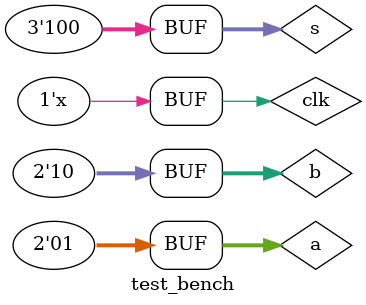
<source format=v>
`timescale 1ns / 1ps


module test_bench();
reg [1:0] a;
reg [1:0] b;
reg [2:0] s;
reg clk=0;
wire [3:0] f;
always
begin
#1 clk=~clk;
end
initial
begin
a=2'b10;
b=2'b00;
s=3'b000;
//$display("sub");
#10
a=2'b01;
b=2'b10;
s=3'b001;
#10
a=2'b11;
b=2'b11;
s=3'b010;
#10
a=2'b10;
b=2'b10;
s=3'b011;
#10
a=2'b01;
b=2'b00;
s=3'b100;
#10
a=2'b11;
b=2'b01;
s=3'b101;
#10
a=2'b10;
b=2'b11;
s=3'b110;
#10
a=2'b01;
b=2'b10;
s=3'b100;
end
alu a1(a,b,s,clk,f);

endmodule

</source>
